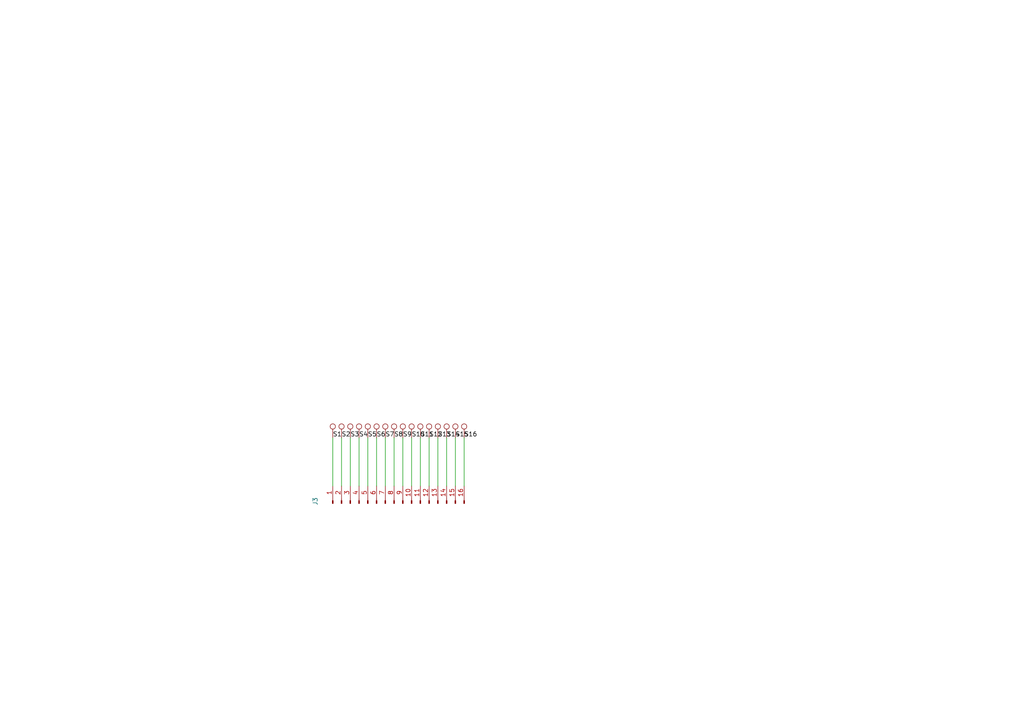
<source format=kicad_sch>
(kicad_sch
	(version 20250114)
	(generator "eeschema")
	(generator_version "9.0")
	(uuid "170292b9-f042-4b81-b8c3-b7f430259708")
	(paper "A4")
	(lib_symbols
		(symbol "Connector:Conn_01x16_Pin"
			(pin_names
				(offset 1.016)
				(hide yes)
			)
			(exclude_from_sim no)
			(in_bom yes)
			(on_board yes)
			(property "Reference" "J"
				(at 0 20.32 0)
				(effects
					(font
						(size 1.27 1.27)
					)
				)
			)
			(property "Value" "Conn_01x16_Pin"
				(at 0 -22.86 0)
				(effects
					(font
						(size 1.27 1.27)
					)
				)
			)
			(property "Footprint" ""
				(at 0 0 0)
				(effects
					(font
						(size 1.27 1.27)
					)
					(hide yes)
				)
			)
			(property "Datasheet" "~"
				(at 0 0 0)
				(effects
					(font
						(size 1.27 1.27)
					)
					(hide yes)
				)
			)
			(property "Description" "Generic connector, single row, 01x16, script generated"
				(at 0 0 0)
				(effects
					(font
						(size 1.27 1.27)
					)
					(hide yes)
				)
			)
			(property "ki_locked" ""
				(at 0 0 0)
				(effects
					(font
						(size 1.27 1.27)
					)
				)
			)
			(property "ki_keywords" "connector"
				(at 0 0 0)
				(effects
					(font
						(size 1.27 1.27)
					)
					(hide yes)
				)
			)
			(property "ki_fp_filters" "Connector*:*_1x??_*"
				(at 0 0 0)
				(effects
					(font
						(size 1.27 1.27)
					)
					(hide yes)
				)
			)
			(symbol "Conn_01x16_Pin_1_1"
				(rectangle
					(start 0.8636 17.907)
					(end 0 17.653)
					(stroke
						(width 0.1524)
						(type default)
					)
					(fill
						(type outline)
					)
				)
				(rectangle
					(start 0.8636 15.367)
					(end 0 15.113)
					(stroke
						(width 0.1524)
						(type default)
					)
					(fill
						(type outline)
					)
				)
				(rectangle
					(start 0.8636 12.827)
					(end 0 12.573)
					(stroke
						(width 0.1524)
						(type default)
					)
					(fill
						(type outline)
					)
				)
				(rectangle
					(start 0.8636 10.287)
					(end 0 10.033)
					(stroke
						(width 0.1524)
						(type default)
					)
					(fill
						(type outline)
					)
				)
				(rectangle
					(start 0.8636 7.747)
					(end 0 7.493)
					(stroke
						(width 0.1524)
						(type default)
					)
					(fill
						(type outline)
					)
				)
				(rectangle
					(start 0.8636 5.207)
					(end 0 4.953)
					(stroke
						(width 0.1524)
						(type default)
					)
					(fill
						(type outline)
					)
				)
				(rectangle
					(start 0.8636 2.667)
					(end 0 2.413)
					(stroke
						(width 0.1524)
						(type default)
					)
					(fill
						(type outline)
					)
				)
				(rectangle
					(start 0.8636 0.127)
					(end 0 -0.127)
					(stroke
						(width 0.1524)
						(type default)
					)
					(fill
						(type outline)
					)
				)
				(rectangle
					(start 0.8636 -2.413)
					(end 0 -2.667)
					(stroke
						(width 0.1524)
						(type default)
					)
					(fill
						(type outline)
					)
				)
				(rectangle
					(start 0.8636 -4.953)
					(end 0 -5.207)
					(stroke
						(width 0.1524)
						(type default)
					)
					(fill
						(type outline)
					)
				)
				(rectangle
					(start 0.8636 -7.493)
					(end 0 -7.747)
					(stroke
						(width 0.1524)
						(type default)
					)
					(fill
						(type outline)
					)
				)
				(rectangle
					(start 0.8636 -10.033)
					(end 0 -10.287)
					(stroke
						(width 0.1524)
						(type default)
					)
					(fill
						(type outline)
					)
				)
				(rectangle
					(start 0.8636 -12.573)
					(end 0 -12.827)
					(stroke
						(width 0.1524)
						(type default)
					)
					(fill
						(type outline)
					)
				)
				(rectangle
					(start 0.8636 -15.113)
					(end 0 -15.367)
					(stroke
						(width 0.1524)
						(type default)
					)
					(fill
						(type outline)
					)
				)
				(rectangle
					(start 0.8636 -17.653)
					(end 0 -17.907)
					(stroke
						(width 0.1524)
						(type default)
					)
					(fill
						(type outline)
					)
				)
				(rectangle
					(start 0.8636 -20.193)
					(end 0 -20.447)
					(stroke
						(width 0.1524)
						(type default)
					)
					(fill
						(type outline)
					)
				)
				(polyline
					(pts
						(xy 1.27 17.78) (xy 0.8636 17.78)
					)
					(stroke
						(width 0.1524)
						(type default)
					)
					(fill
						(type none)
					)
				)
				(polyline
					(pts
						(xy 1.27 15.24) (xy 0.8636 15.24)
					)
					(stroke
						(width 0.1524)
						(type default)
					)
					(fill
						(type none)
					)
				)
				(polyline
					(pts
						(xy 1.27 12.7) (xy 0.8636 12.7)
					)
					(stroke
						(width 0.1524)
						(type default)
					)
					(fill
						(type none)
					)
				)
				(polyline
					(pts
						(xy 1.27 10.16) (xy 0.8636 10.16)
					)
					(stroke
						(width 0.1524)
						(type default)
					)
					(fill
						(type none)
					)
				)
				(polyline
					(pts
						(xy 1.27 7.62) (xy 0.8636 7.62)
					)
					(stroke
						(width 0.1524)
						(type default)
					)
					(fill
						(type none)
					)
				)
				(polyline
					(pts
						(xy 1.27 5.08) (xy 0.8636 5.08)
					)
					(stroke
						(width 0.1524)
						(type default)
					)
					(fill
						(type none)
					)
				)
				(polyline
					(pts
						(xy 1.27 2.54) (xy 0.8636 2.54)
					)
					(stroke
						(width 0.1524)
						(type default)
					)
					(fill
						(type none)
					)
				)
				(polyline
					(pts
						(xy 1.27 0) (xy 0.8636 0)
					)
					(stroke
						(width 0.1524)
						(type default)
					)
					(fill
						(type none)
					)
				)
				(polyline
					(pts
						(xy 1.27 -2.54) (xy 0.8636 -2.54)
					)
					(stroke
						(width 0.1524)
						(type default)
					)
					(fill
						(type none)
					)
				)
				(polyline
					(pts
						(xy 1.27 -5.08) (xy 0.8636 -5.08)
					)
					(stroke
						(width 0.1524)
						(type default)
					)
					(fill
						(type none)
					)
				)
				(polyline
					(pts
						(xy 1.27 -7.62) (xy 0.8636 -7.62)
					)
					(stroke
						(width 0.1524)
						(type default)
					)
					(fill
						(type none)
					)
				)
				(polyline
					(pts
						(xy 1.27 -10.16) (xy 0.8636 -10.16)
					)
					(stroke
						(width 0.1524)
						(type default)
					)
					(fill
						(type none)
					)
				)
				(polyline
					(pts
						(xy 1.27 -12.7) (xy 0.8636 -12.7)
					)
					(stroke
						(width 0.1524)
						(type default)
					)
					(fill
						(type none)
					)
				)
				(polyline
					(pts
						(xy 1.27 -15.24) (xy 0.8636 -15.24)
					)
					(stroke
						(width 0.1524)
						(type default)
					)
					(fill
						(type none)
					)
				)
				(polyline
					(pts
						(xy 1.27 -17.78) (xy 0.8636 -17.78)
					)
					(stroke
						(width 0.1524)
						(type default)
					)
					(fill
						(type none)
					)
				)
				(polyline
					(pts
						(xy 1.27 -20.32) (xy 0.8636 -20.32)
					)
					(stroke
						(width 0.1524)
						(type default)
					)
					(fill
						(type none)
					)
				)
				(pin passive line
					(at 5.08 17.78 180)
					(length 3.81)
					(name "Pin_1"
						(effects
							(font
								(size 1.27 1.27)
							)
						)
					)
					(number "1"
						(effects
							(font
								(size 1.27 1.27)
							)
						)
					)
				)
				(pin passive line
					(at 5.08 15.24 180)
					(length 3.81)
					(name "Pin_2"
						(effects
							(font
								(size 1.27 1.27)
							)
						)
					)
					(number "2"
						(effects
							(font
								(size 1.27 1.27)
							)
						)
					)
				)
				(pin passive line
					(at 5.08 12.7 180)
					(length 3.81)
					(name "Pin_3"
						(effects
							(font
								(size 1.27 1.27)
							)
						)
					)
					(number "3"
						(effects
							(font
								(size 1.27 1.27)
							)
						)
					)
				)
				(pin passive line
					(at 5.08 10.16 180)
					(length 3.81)
					(name "Pin_4"
						(effects
							(font
								(size 1.27 1.27)
							)
						)
					)
					(number "4"
						(effects
							(font
								(size 1.27 1.27)
							)
						)
					)
				)
				(pin passive line
					(at 5.08 7.62 180)
					(length 3.81)
					(name "Pin_5"
						(effects
							(font
								(size 1.27 1.27)
							)
						)
					)
					(number "5"
						(effects
							(font
								(size 1.27 1.27)
							)
						)
					)
				)
				(pin passive line
					(at 5.08 5.08 180)
					(length 3.81)
					(name "Pin_6"
						(effects
							(font
								(size 1.27 1.27)
							)
						)
					)
					(number "6"
						(effects
							(font
								(size 1.27 1.27)
							)
						)
					)
				)
				(pin passive line
					(at 5.08 2.54 180)
					(length 3.81)
					(name "Pin_7"
						(effects
							(font
								(size 1.27 1.27)
							)
						)
					)
					(number "7"
						(effects
							(font
								(size 1.27 1.27)
							)
						)
					)
				)
				(pin passive line
					(at 5.08 0 180)
					(length 3.81)
					(name "Pin_8"
						(effects
							(font
								(size 1.27 1.27)
							)
						)
					)
					(number "8"
						(effects
							(font
								(size 1.27 1.27)
							)
						)
					)
				)
				(pin passive line
					(at 5.08 -2.54 180)
					(length 3.81)
					(name "Pin_9"
						(effects
							(font
								(size 1.27 1.27)
							)
						)
					)
					(number "9"
						(effects
							(font
								(size 1.27 1.27)
							)
						)
					)
				)
				(pin passive line
					(at 5.08 -5.08 180)
					(length 3.81)
					(name "Pin_10"
						(effects
							(font
								(size 1.27 1.27)
							)
						)
					)
					(number "10"
						(effects
							(font
								(size 1.27 1.27)
							)
						)
					)
				)
				(pin passive line
					(at 5.08 -7.62 180)
					(length 3.81)
					(name "Pin_11"
						(effects
							(font
								(size 1.27 1.27)
							)
						)
					)
					(number "11"
						(effects
							(font
								(size 1.27 1.27)
							)
						)
					)
				)
				(pin passive line
					(at 5.08 -10.16 180)
					(length 3.81)
					(name "Pin_12"
						(effects
							(font
								(size 1.27 1.27)
							)
						)
					)
					(number "12"
						(effects
							(font
								(size 1.27 1.27)
							)
						)
					)
				)
				(pin passive line
					(at 5.08 -12.7 180)
					(length 3.81)
					(name "Pin_13"
						(effects
							(font
								(size 1.27 1.27)
							)
						)
					)
					(number "13"
						(effects
							(font
								(size 1.27 1.27)
							)
						)
					)
				)
				(pin passive line
					(at 5.08 -15.24 180)
					(length 3.81)
					(name "Pin_14"
						(effects
							(font
								(size 1.27 1.27)
							)
						)
					)
					(number "14"
						(effects
							(font
								(size 1.27 1.27)
							)
						)
					)
				)
				(pin passive line
					(at 5.08 -17.78 180)
					(length 3.81)
					(name "Pin_15"
						(effects
							(font
								(size 1.27 1.27)
							)
						)
					)
					(number "15"
						(effects
							(font
								(size 1.27 1.27)
							)
						)
					)
				)
				(pin passive line
					(at 5.08 -20.32 180)
					(length 3.81)
					(name "Pin_16"
						(effects
							(font
								(size 1.27 1.27)
							)
						)
					)
					(number "16"
						(effects
							(font
								(size 1.27 1.27)
							)
						)
					)
				)
			)
			(embedded_fonts no)
		)
		(symbol "Connector:TestPoint"
			(pin_numbers
				(hide yes)
			)
			(pin_names
				(offset 0.762)
				(hide yes)
			)
			(exclude_from_sim no)
			(in_bom yes)
			(on_board yes)
			(property "Reference" "TP"
				(at 0 6.858 0)
				(effects
					(font
						(size 1.27 1.27)
					)
				)
			)
			(property "Value" "TestPoint"
				(at 0 5.08 0)
				(effects
					(font
						(size 1.27 1.27)
					)
				)
			)
			(property "Footprint" ""
				(at 5.08 0 0)
				(effects
					(font
						(size 1.27 1.27)
					)
					(hide yes)
				)
			)
			(property "Datasheet" "~"
				(at 5.08 0 0)
				(effects
					(font
						(size 1.27 1.27)
					)
					(hide yes)
				)
			)
			(property "Description" "test point"
				(at 0 0 0)
				(effects
					(font
						(size 1.27 1.27)
					)
					(hide yes)
				)
			)
			(property "ki_keywords" "test point tp"
				(at 0 0 0)
				(effects
					(font
						(size 1.27 1.27)
					)
					(hide yes)
				)
			)
			(property "ki_fp_filters" "Pin* Test*"
				(at 0 0 0)
				(effects
					(font
						(size 1.27 1.27)
					)
					(hide yes)
				)
			)
			(symbol "TestPoint_0_1"
				(circle
					(center 0 3.302)
					(radius 0.762)
					(stroke
						(width 0)
						(type default)
					)
					(fill
						(type none)
					)
				)
			)
			(symbol "TestPoint_1_1"
				(pin passive line
					(at 0 0 90)
					(length 2.54)
					(name "1"
						(effects
							(font
								(size 1.27 1.27)
							)
						)
					)
					(number "1"
						(effects
							(font
								(size 1.27 1.27)
							)
						)
					)
				)
			)
			(embedded_fonts no)
		)
	)
	(wire
		(pts
			(xy 124.46 127) (xy 124.46 140.97)
		)
		(stroke
			(width 0)
			(type default)
		)
		(uuid "23ec78e3-6dec-4b29-9af9-2f4b6bfcc1a7")
	)
	(wire
		(pts
			(xy 114.3 127) (xy 114.3 140.97)
		)
		(stroke
			(width 0)
			(type default)
		)
		(uuid "3f2fab56-878a-473c-b2d1-5609dcaf4cfc")
	)
	(wire
		(pts
			(xy 134.62 127) (xy 134.62 140.97)
		)
		(stroke
			(width 0)
			(type default)
		)
		(uuid "5c583399-e91c-4727-8ead-bdfedf6e0130")
	)
	(wire
		(pts
			(xy 121.92 127) (xy 121.92 140.97)
		)
		(stroke
			(width 0)
			(type default)
		)
		(uuid "68910a77-dcab-4352-a585-01a284dcd675")
	)
	(wire
		(pts
			(xy 111.76 127) (xy 111.76 140.97)
		)
		(stroke
			(width 0)
			(type default)
		)
		(uuid "6cef290d-dbb2-4332-877c-b1411cbcbfae")
	)
	(wire
		(pts
			(xy 99.06 127) (xy 99.06 140.97)
		)
		(stroke
			(width 0)
			(type default)
		)
		(uuid "7b67b859-c3d8-44fc-bdbf-8b8b3b76b479")
	)
	(wire
		(pts
			(xy 116.84 127) (xy 116.84 140.97)
		)
		(stroke
			(width 0)
			(type default)
		)
		(uuid "84ece81e-0e3e-4fea-bac1-82e30a432d9c")
	)
	(wire
		(pts
			(xy 119.38 127) (xy 119.38 140.97)
		)
		(stroke
			(width 0)
			(type default)
		)
		(uuid "8998a3d0-de09-46f1-885a-a99c85d329ef")
	)
	(wire
		(pts
			(xy 127 127) (xy 127 140.97)
		)
		(stroke
			(width 0)
			(type default)
		)
		(uuid "902674fb-5c5d-4cc6-a4aa-77d555341445")
	)
	(wire
		(pts
			(xy 132.08 127) (xy 132.08 140.97)
		)
		(stroke
			(width 0)
			(type default)
		)
		(uuid "9b48f6b2-39bd-4e85-8e2e-6cb0aa887ad6")
	)
	(wire
		(pts
			(xy 109.22 127) (xy 109.22 140.97)
		)
		(stroke
			(width 0)
			(type default)
		)
		(uuid "a3da9f5f-5ef2-4a05-92b1-8c22b1b09ec3")
	)
	(wire
		(pts
			(xy 96.52 127) (xy 96.52 140.97)
		)
		(stroke
			(width 0)
			(type default)
		)
		(uuid "ab3bdf7d-b21f-4a9e-9bb7-ab5ac65dc02f")
	)
	(wire
		(pts
			(xy 101.6 127) (xy 101.6 140.97)
		)
		(stroke
			(width 0)
			(type default)
		)
		(uuid "b664fad4-0e97-4dd8-92bc-082cf43613ef")
	)
	(wire
		(pts
			(xy 106.68 127) (xy 106.68 140.97)
		)
		(stroke
			(width 0)
			(type default)
		)
		(uuid "bf86aa68-898e-4938-a5c6-9868237c9b4a")
	)
	(wire
		(pts
			(xy 104.14 127) (xy 104.14 140.97)
		)
		(stroke
			(width 0)
			(type default)
		)
		(uuid "d9d44cca-721d-4560-9f64-e71aba4255ae")
	)
	(wire
		(pts
			(xy 129.54 127) (xy 129.54 140.97)
		)
		(stroke
			(width 0)
			(type default)
		)
		(uuid "dec1619f-c353-4324-b38e-63774e02d235")
	)
	(label "S7"
		(at 111.76 127 0)
		(effects
			(font
				(size 1.27 1.27)
			)
			(justify left bottom)
		)
		(uuid "1074002a-e5ee-427c-870d-b898dd9a4b85")
	)
	(label "S15"
		(at 132.08 127 0)
		(effects
			(font
				(size 1.27 1.27)
			)
			(justify left bottom)
		)
		(uuid "20feb9d1-b64a-4deb-b530-ca4d18e1d0b0")
	)
	(label "S3"
		(at 101.6 127 0)
		(effects
			(font
				(size 1.27 1.27)
			)
			(justify left bottom)
		)
		(uuid "3495da8e-d4c0-45ce-be5a-7c005bceb236")
	)
	(label "S14"
		(at 129.54 127 0)
		(effects
			(font
				(size 1.27 1.27)
			)
			(justify left bottom)
		)
		(uuid "73283f80-51d8-4c01-a84c-e8763f92857f")
	)
	(label "S4"
		(at 104.14 127 0)
		(effects
			(font
				(size 1.27 1.27)
			)
			(justify left bottom)
		)
		(uuid "74665533-e7d4-42af-b595-60177258fca2")
	)
	(label "S6"
		(at 109.22 127 0)
		(effects
			(font
				(size 1.27 1.27)
			)
			(justify left bottom)
		)
		(uuid "86cf5fa5-0c3b-441c-a338-d794c9259b71")
	)
	(label "S1"
		(at 96.52 127 0)
		(effects
			(font
				(size 1.27 1.27)
			)
			(justify left bottom)
		)
		(uuid "98a0b05c-9545-415f-a142-3e9255d3111d")
	)
	(label "S12"
		(at 124.46 127 0)
		(effects
			(font
				(size 1.27 1.27)
			)
			(justify left bottom)
		)
		(uuid "992375b9-aabc-459e-abe0-461c3d1845f9")
	)
	(label "S10"
		(at 119.38 127 0)
		(effects
			(font
				(size 1.27 1.27)
			)
			(justify left bottom)
		)
		(uuid "a8d179bf-c69b-4624-b069-3df0effbf97e")
	)
	(label "S16"
		(at 134.62 127 0)
		(effects
			(font
				(size 1.27 1.27)
			)
			(justify left bottom)
		)
		(uuid "c61e136f-09d5-4c96-b9be-757419a3f401")
	)
	(label "S9"
		(at 116.84 127 0)
		(effects
			(font
				(size 1.27 1.27)
			)
			(justify left bottom)
		)
		(uuid "c83817ee-bbc3-4e29-a72c-ef5ec713cbd8")
	)
	(label "S11"
		(at 121.92 127 0)
		(effects
			(font
				(size 1.27 1.27)
			)
			(justify left bottom)
		)
		(uuid "c9ad58a6-b871-487b-8dce-aa1af0073fca")
	)
	(label "S5"
		(at 106.68 127 0)
		(effects
			(font
				(size 1.27 1.27)
			)
			(justify left bottom)
		)
		(uuid "d11d81ac-d03e-49e4-89c3-d303b84337bc")
	)
	(label "S2"
		(at 99.06 127 0)
		(effects
			(font
				(size 1.27 1.27)
			)
			(justify left bottom)
		)
		(uuid "e1b6d688-b187-41cf-b48e-0c63218ab639")
	)
	(label "S13"
		(at 127 127 0)
		(effects
			(font
				(size 1.27 1.27)
			)
			(justify left bottom)
		)
		(uuid "e744b0f5-d263-44cd-8291-cbf2ffc8b8a6")
	)
	(label "S8"
		(at 114.3 127 0)
		(effects
			(font
				(size 1.27 1.27)
			)
			(justify left bottom)
		)
		(uuid "f259dde4-bc11-4344-bfe1-8b12d77e0c95")
	)
	(symbol
		(lib_id "Connector:Conn_01x16_Pin")
		(at 114.3 146.05 90)
		(unit 1)
		(exclude_from_sim no)
		(in_bom yes)
		(on_board yes)
		(dnp no)
		(uuid "242e2dba-7280-4f87-a0b6-2b558f3e616b")
		(property "Reference" "J3"
			(at 91.44 145.415 0)
			(effects
				(font
					(size 1.27 1.27)
				)
			)
		)
		(property "Value" "Conn_01x16_Pin"
			(at 93.472 146.05 0)
			(effects
				(font
					(size 1.27 1.27)
				)
				(hide yes)
			)
		)
		(property "Footprint" "TP_Library:TEST FPC_1"
			(at 114.3 146.05 0)
			(effects
				(font
					(size 1.27 1.27)
				)
				(hide yes)
			)
		)
		(property "Datasheet" "~"
			(at 114.3 146.05 0)
			(effects
				(font
					(size 1.27 1.27)
				)
				(hide yes)
			)
		)
		(property "Description" "Generic connector, single row, 01x16, script generated"
			(at 114.3 146.05 0)
			(effects
				(font
					(size 1.27 1.27)
				)
				(hide yes)
			)
		)
		(pin "15"
			(uuid "cf9c0c9d-820b-4d96-a668-6d63f1d4fada")
		)
		(pin "2"
			(uuid "c1a4e3aa-d370-4472-a64b-99fda8ab9a40")
		)
		(pin "5"
			(uuid "bfcdb864-b7bf-4f25-a83a-f1e1d9d972e4")
		)
		(pin "8"
			(uuid "8f5232fc-0a80-43c4-a469-f3907bd38713")
		)
		(pin "9"
			(uuid "6f464794-f89c-4666-b56e-514e3bd6e4f3")
		)
		(pin "10"
			(uuid "2b3f0e56-f3eb-4890-8d0d-46cc5c52dd32")
		)
		(pin "11"
			(uuid "c83e1c68-2eec-4315-bcd5-deed542ec9b1")
		)
		(pin "7"
			(uuid "4cda95f5-6854-47a6-b2e5-bac3790e8b41")
		)
		(pin "6"
			(uuid "e6522d92-b0a4-4061-bfd8-2c3b2a0f7eef")
		)
		(pin "4"
			(uuid "1e197e1c-9edb-4953-88e5-59c3967d4a5f")
		)
		(pin "12"
			(uuid "345a41b3-341a-465e-ba48-9116825c1979")
		)
		(pin "1"
			(uuid "440ab483-f26e-453b-968e-97082992ed1c")
		)
		(pin "3"
			(uuid "1b0a6353-8e37-409c-8a73-ea7889fa2ad3")
		)
		(pin "13"
			(uuid "d2d57115-70af-4dd8-95fa-c3faf8c23d96")
		)
		(pin "14"
			(uuid "f3e167c3-a9e6-4218-bc2e-7238a37ea93b")
		)
		(pin "16"
			(uuid "457c5666-62dd-4960-bad2-a79fc23b1c2e")
		)
		(instances
			(project "Workshop 1"
				(path "/170292b9-f042-4b81-b8c3-b7f430259708"
					(reference "J3")
					(unit 1)
				)
			)
		)
	)
	(symbol
		(lib_id "Connector:TestPoint")
		(at 109.22 127 0)
		(unit 1)
		(exclude_from_sim no)
		(in_bom yes)
		(on_board yes)
		(dnp no)
		(fields_autoplaced yes)
		(uuid "2652241b-3074-453d-a298-f4aedb731155")
		(property "Reference" "TP17"
			(at 111.76 122.4279 0)
			(effects
				(font
					(size 1.27 1.27)
				)
				(justify left)
				(hide yes)
			)
		)
		(property "Value" "TestPoint"
			(at 111.76 124.9679 0)
			(effects
				(font
					(size 1.27 1.27)
				)
				(justify left)
				(hide yes)
			)
		)
		(property "Footprint" "TP_Library:TP"
			(at 114.3 127 0)
			(effects
				(font
					(size 1.27 1.27)
				)
				(hide yes)
			)
		)
		(property "Datasheet" "~"
			(at 114.3 127 0)
			(effects
				(font
					(size 1.27 1.27)
				)
				(hide yes)
			)
		)
		(property "Description" "test point"
			(at 109.22 127 0)
			(effects
				(font
					(size 1.27 1.27)
				)
				(hide yes)
			)
		)
		(pin "1"
			(uuid "1165d4a7-698b-439b-9edf-3f180f26336d")
		)
		(instances
			(project "Workshop 1"
				(path "/170292b9-f042-4b81-b8c3-b7f430259708"
					(reference "TP17")
					(unit 1)
				)
			)
		)
	)
	(symbol
		(lib_id "Connector:TestPoint")
		(at 114.3 127 0)
		(unit 1)
		(exclude_from_sim no)
		(in_bom yes)
		(on_board yes)
		(dnp no)
		(fields_autoplaced yes)
		(uuid "35a41019-335d-454a-a414-b2aa26b19a5c")
		(property "Reference" "TP19"
			(at 116.84 122.4279 0)
			(effects
				(font
					(size 1.27 1.27)
				)
				(justify left)
				(hide yes)
			)
		)
		(property "Value" "TestPoint"
			(at 116.84 124.9679 0)
			(effects
				(font
					(size 1.27 1.27)
				)
				(justify left)
				(hide yes)
			)
		)
		(property "Footprint" "TP_Library:TP"
			(at 119.38 127 0)
			(effects
				(font
					(size 1.27 1.27)
				)
				(hide yes)
			)
		)
		(property "Datasheet" "~"
			(at 119.38 127 0)
			(effects
				(font
					(size 1.27 1.27)
				)
				(hide yes)
			)
		)
		(property "Description" "test point"
			(at 114.3 127 0)
			(effects
				(font
					(size 1.27 1.27)
				)
				(hide yes)
			)
		)
		(pin "1"
			(uuid "6b1991e5-4699-4e44-83fb-a9c738e12664")
		)
		(instances
			(project "Workshop 1"
				(path "/170292b9-f042-4b81-b8c3-b7f430259708"
					(reference "TP19")
					(unit 1)
				)
			)
		)
	)
	(symbol
		(lib_id "Connector:TestPoint")
		(at 127 127 0)
		(unit 1)
		(exclude_from_sim no)
		(in_bom yes)
		(on_board yes)
		(dnp no)
		(fields_autoplaced yes)
		(uuid "58e71fc8-c36e-4199-b59d-876763a0483a")
		(property "Reference" "TP24"
			(at 129.54 122.4279 0)
			(effects
				(font
					(size 1.27 1.27)
				)
				(justify left)
				(hide yes)
			)
		)
		(property "Value" "TestPoint"
			(at 129.54 124.9679 0)
			(effects
				(font
					(size 1.27 1.27)
				)
				(justify left)
				(hide yes)
			)
		)
		(property "Footprint" "TP_Library:TP"
			(at 132.08 127 0)
			(effects
				(font
					(size 1.27 1.27)
				)
				(hide yes)
			)
		)
		(property "Datasheet" "~"
			(at 132.08 127 0)
			(effects
				(font
					(size 1.27 1.27)
				)
				(hide yes)
			)
		)
		(property "Description" "test point"
			(at 127 127 0)
			(effects
				(font
					(size 1.27 1.27)
				)
				(hide yes)
			)
		)
		(pin "1"
			(uuid "0c0c3e0e-93b2-4571-8d4c-ddf271d83859")
		)
		(instances
			(project "Workshop 1"
				(path "/170292b9-f042-4b81-b8c3-b7f430259708"
					(reference "TP24")
					(unit 1)
				)
			)
		)
	)
	(symbol
		(lib_id "Connector:TestPoint")
		(at 101.6 127 0)
		(unit 1)
		(exclude_from_sim no)
		(in_bom yes)
		(on_board yes)
		(dnp no)
		(fields_autoplaced yes)
		(uuid "65d50e81-6187-41a5-81ae-facce6671df3")
		(property "Reference" "TP14"
			(at 104.14 122.4279 0)
			(effects
				(font
					(size 1.27 1.27)
				)
				(justify left)
				(hide yes)
			)
		)
		(property "Value" "TestPoint"
			(at 104.14 124.9679 0)
			(effects
				(font
					(size 1.27 1.27)
				)
				(justify left)
				(hide yes)
			)
		)
		(property "Footprint" "TP_Library:TP"
			(at 106.68 127 0)
			(effects
				(font
					(size 1.27 1.27)
				)
				(hide yes)
			)
		)
		(property "Datasheet" "~"
			(at 106.68 127 0)
			(effects
				(font
					(size 1.27 1.27)
				)
				(hide yes)
			)
		)
		(property "Description" "test point"
			(at 101.6 127 0)
			(effects
				(font
					(size 1.27 1.27)
				)
				(hide yes)
			)
		)
		(pin "1"
			(uuid "142b413a-7945-4f51-9d2a-29100ada3afc")
		)
		(instances
			(project "Workshop 1"
				(path "/170292b9-f042-4b81-b8c3-b7f430259708"
					(reference "TP14")
					(unit 1)
				)
			)
		)
	)
	(symbol
		(lib_id "Connector:TestPoint")
		(at 132.08 127 0)
		(unit 1)
		(exclude_from_sim no)
		(in_bom yes)
		(on_board yes)
		(dnp no)
		(fields_autoplaced yes)
		(uuid "7e9b27a2-2476-4eee-a4bf-b0d69cc2d83c")
		(property "Reference" "TP26"
			(at 134.62 122.4279 0)
			(effects
				(font
					(size 1.27 1.27)
				)
				(justify left)
				(hide yes)
			)
		)
		(property "Value" "TestPoint"
			(at 134.62 124.9679 0)
			(effects
				(font
					(size 1.27 1.27)
				)
				(justify left)
				(hide yes)
			)
		)
		(property "Footprint" "TP_Library:TP"
			(at 137.16 127 0)
			(effects
				(font
					(size 1.27 1.27)
				)
				(hide yes)
			)
		)
		(property "Datasheet" "~"
			(at 137.16 127 0)
			(effects
				(font
					(size 1.27 1.27)
				)
				(hide yes)
			)
		)
		(property "Description" "test point"
			(at 132.08 127 0)
			(effects
				(font
					(size 1.27 1.27)
				)
				(hide yes)
			)
		)
		(pin "1"
			(uuid "f9ed3b1d-e685-488d-8911-f438973ab343")
		)
		(instances
			(project "Workshop 1"
				(path "/170292b9-f042-4b81-b8c3-b7f430259708"
					(reference "TP26")
					(unit 1)
				)
			)
		)
	)
	(symbol
		(lib_id "Connector:TestPoint")
		(at 116.84 127 0)
		(unit 1)
		(exclude_from_sim no)
		(in_bom yes)
		(on_board yes)
		(dnp no)
		(fields_autoplaced yes)
		(uuid "83d3577f-2ce5-4707-b731-9d2360595fe2")
		(property "Reference" "TP20"
			(at 119.38 122.4279 0)
			(effects
				(font
					(size 1.27 1.27)
				)
				(justify left)
				(hide yes)
			)
		)
		(property "Value" "TestPoint"
			(at 119.38 124.9679 0)
			(effects
				(font
					(size 1.27 1.27)
				)
				(justify left)
				(hide yes)
			)
		)
		(property "Footprint" "TP_Library:TP"
			(at 121.92 127 0)
			(effects
				(font
					(size 1.27 1.27)
				)
				(hide yes)
			)
		)
		(property "Datasheet" "~"
			(at 121.92 127 0)
			(effects
				(font
					(size 1.27 1.27)
				)
				(hide yes)
			)
		)
		(property "Description" "test point"
			(at 116.84 127 0)
			(effects
				(font
					(size 1.27 1.27)
				)
				(hide yes)
			)
		)
		(pin "1"
			(uuid "148514b9-e852-4851-ae1c-804e17cfd7c2")
		)
		(instances
			(project "Workshop 1"
				(path "/170292b9-f042-4b81-b8c3-b7f430259708"
					(reference "TP20")
					(unit 1)
				)
			)
		)
	)
	(symbol
		(lib_id "Connector:TestPoint")
		(at 129.54 127 0)
		(unit 1)
		(exclude_from_sim no)
		(in_bom yes)
		(on_board yes)
		(dnp no)
		(fields_autoplaced yes)
		(uuid "9abe4252-c1eb-4d58-abed-72431a273a48")
		(property "Reference" "TP25"
			(at 132.08 122.4279 0)
			(effects
				(font
					(size 1.27 1.27)
				)
				(justify left)
				(hide yes)
			)
		)
		(property "Value" "TestPoint"
			(at 132.08 124.9679 0)
			(effects
				(font
					(size 1.27 1.27)
				)
				(justify left)
				(hide yes)
			)
		)
		(property "Footprint" "TP_Library:TP"
			(at 134.62 127 0)
			(effects
				(font
					(size 1.27 1.27)
				)
				(hide yes)
			)
		)
		(property "Datasheet" "~"
			(at 134.62 127 0)
			(effects
				(font
					(size 1.27 1.27)
				)
				(hide yes)
			)
		)
		(property "Description" "test point"
			(at 129.54 127 0)
			(effects
				(font
					(size 1.27 1.27)
				)
				(hide yes)
			)
		)
		(pin "1"
			(uuid "edc3329e-bfb1-4778-b184-4934c83f3aad")
		)
		(instances
			(project "Workshop 1"
				(path "/170292b9-f042-4b81-b8c3-b7f430259708"
					(reference "TP25")
					(unit 1)
				)
			)
		)
	)
	(symbol
		(lib_id "Connector:TestPoint")
		(at 99.06 127 0)
		(unit 1)
		(exclude_from_sim no)
		(in_bom yes)
		(on_board yes)
		(dnp no)
		(fields_autoplaced yes)
		(uuid "c6400e98-54a8-45a1-a7e5-583a26c2c13f")
		(property "Reference" "TP13"
			(at 101.6 122.4279 0)
			(effects
				(font
					(size 1.27 1.27)
				)
				(justify left)
				(hide yes)
			)
		)
		(property "Value" "TestPoint"
			(at 101.6 124.9679 0)
			(effects
				(font
					(size 1.27 1.27)
				)
				(justify left)
				(hide yes)
			)
		)
		(property "Footprint" "TP_Library:TP"
			(at 104.14 127 0)
			(effects
				(font
					(size 1.27 1.27)
				)
				(hide yes)
			)
		)
		(property "Datasheet" "~"
			(at 104.14 127 0)
			(effects
				(font
					(size 1.27 1.27)
				)
				(hide yes)
			)
		)
		(property "Description" "test point"
			(at 99.06 127 0)
			(effects
				(font
					(size 1.27 1.27)
				)
				(hide yes)
			)
		)
		(pin "1"
			(uuid "d3dc15d1-5ae3-43c3-b303-12e07cdd3d0c")
		)
		(instances
			(project "Workshop 1"
				(path "/170292b9-f042-4b81-b8c3-b7f430259708"
					(reference "TP13")
					(unit 1)
				)
			)
		)
	)
	(symbol
		(lib_id "Connector:TestPoint")
		(at 104.14 127 0)
		(unit 1)
		(exclude_from_sim no)
		(in_bom yes)
		(on_board yes)
		(dnp no)
		(fields_autoplaced yes)
		(uuid "cd6e63b9-2795-433c-9dbb-33629eb12038")
		(property "Reference" "TP15"
			(at 106.68 122.4279 0)
			(effects
				(font
					(size 1.27 1.27)
				)
				(justify left)
				(hide yes)
			)
		)
		(property "Value" "TestPoint"
			(at 106.68 124.9679 0)
			(effects
				(font
					(size 1.27 1.27)
				)
				(justify left)
				(hide yes)
			)
		)
		(property "Footprint" "TP_Library:TP"
			(at 109.22 127 0)
			(effects
				(font
					(size 1.27 1.27)
				)
				(hide yes)
			)
		)
		(property "Datasheet" "~"
			(at 109.22 127 0)
			(effects
				(font
					(size 1.27 1.27)
				)
				(hide yes)
			)
		)
		(property "Description" "test point"
			(at 104.14 127 0)
			(effects
				(font
					(size 1.27 1.27)
				)
				(hide yes)
			)
		)
		(pin "1"
			(uuid "63ac0f61-43d2-4424-93c7-03f59e0c66f4")
		)
		(instances
			(project "Workshop 1"
				(path "/170292b9-f042-4b81-b8c3-b7f430259708"
					(reference "TP15")
					(unit 1)
				)
			)
		)
	)
	(symbol
		(lib_id "Connector:TestPoint")
		(at 96.52 127 0)
		(unit 1)
		(exclude_from_sim no)
		(in_bom yes)
		(on_board yes)
		(dnp no)
		(fields_autoplaced yes)
		(uuid "cd939e9e-ba2d-4d19-9874-3ad5f7c85c54")
		(property "Reference" "TP12"
			(at 99.06 122.4279 0)
			(effects
				(font
					(size 1.27 1.27)
				)
				(justify left)
				(hide yes)
			)
		)
		(property "Value" "TestPoint"
			(at 99.06 124.9679 0)
			(effects
				(font
					(size 1.27 1.27)
				)
				(justify left)
				(hide yes)
			)
		)
		(property "Footprint" "TP_Library:TP"
			(at 101.6 127 0)
			(effects
				(font
					(size 1.27 1.27)
				)
				(hide yes)
			)
		)
		(property "Datasheet" "~"
			(at 101.6 127 0)
			(effects
				(font
					(size 1.27 1.27)
				)
				(hide yes)
			)
		)
		(property "Description" "test point"
			(at 96.52 127 0)
			(effects
				(font
					(size 1.27 1.27)
				)
				(hide yes)
			)
		)
		(pin "1"
			(uuid "27ef7426-699c-4245-859b-9b2c5f4c580b")
		)
		(instances
			(project "Workshop 1"
				(path "/170292b9-f042-4b81-b8c3-b7f430259708"
					(reference "TP12")
					(unit 1)
				)
			)
		)
	)
	(symbol
		(lib_id "Connector:TestPoint")
		(at 121.92 127 0)
		(unit 1)
		(exclude_from_sim no)
		(in_bom yes)
		(on_board yes)
		(dnp no)
		(fields_autoplaced yes)
		(uuid "dc45b94f-d974-4a13-860a-acef086c6a50")
		(property "Reference" "TP22"
			(at 124.46 122.4279 0)
			(effects
				(font
					(size 1.27 1.27)
				)
				(justify left)
				(hide yes)
			)
		)
		(property "Value" "TestPoint"
			(at 124.46 124.9679 0)
			(effects
				(font
					(size 1.27 1.27)
				)
				(justify left)
				(hide yes)
			)
		)
		(property "Footprint" "TP_Library:TP"
			(at 127 127 0)
			(effects
				(font
					(size 1.27 1.27)
				)
				(hide yes)
			)
		)
		(property "Datasheet" "~"
			(at 127 127 0)
			(effects
				(font
					(size 1.27 1.27)
				)
				(hide yes)
			)
		)
		(property "Description" "test point"
			(at 121.92 127 0)
			(effects
				(font
					(size 1.27 1.27)
				)
				(hide yes)
			)
		)
		(pin "1"
			(uuid "8f003c19-faad-4dc6-b5f1-19e509751ded")
		)
		(instances
			(project "Workshop 1"
				(path "/170292b9-f042-4b81-b8c3-b7f430259708"
					(reference "TP22")
					(unit 1)
				)
			)
		)
	)
	(symbol
		(lib_id "Connector:TestPoint")
		(at 106.68 127 0)
		(unit 1)
		(exclude_from_sim no)
		(in_bom yes)
		(on_board yes)
		(dnp no)
		(fields_autoplaced yes)
		(uuid "de3f02cc-7430-4418-9c81-30b8f47f68ac")
		(property "Reference" "TP16"
			(at 109.22 122.4279 0)
			(effects
				(font
					(size 1.27 1.27)
				)
				(justify left)
				(hide yes)
			)
		)
		(property "Value" "TestPoint"
			(at 109.22 124.9679 0)
			(effects
				(font
					(size 1.27 1.27)
				)
				(justify left)
				(hide yes)
			)
		)
		(property "Footprint" "TP_Library:TP"
			(at 111.76 127 0)
			(effects
				(font
					(size 1.27 1.27)
				)
				(hide yes)
			)
		)
		(property "Datasheet" "~"
			(at 111.76 127 0)
			(effects
				(font
					(size 1.27 1.27)
				)
				(hide yes)
			)
		)
		(property "Description" "test point"
			(at 106.68 127 0)
			(effects
				(font
					(size 1.27 1.27)
				)
				(hide yes)
			)
		)
		(pin "1"
			(uuid "8a99a890-1653-4cc6-992b-799b61a56522")
		)
		(instances
			(project "Workshop 1"
				(path "/170292b9-f042-4b81-b8c3-b7f430259708"
					(reference "TP16")
					(unit 1)
				)
			)
		)
	)
	(symbol
		(lib_id "Connector:TestPoint")
		(at 119.38 127 0)
		(unit 1)
		(exclude_from_sim no)
		(in_bom yes)
		(on_board yes)
		(dnp no)
		(fields_autoplaced yes)
		(uuid "ea54236b-fe16-48e9-a9eb-ad1d92a85d27")
		(property "Reference" "TP21"
			(at 121.92 122.4279 0)
			(effects
				(font
					(size 1.27 1.27)
				)
				(justify left)
				(hide yes)
			)
		)
		(property "Value" "TestPoint"
			(at 121.92 124.9679 0)
			(effects
				(font
					(size 1.27 1.27)
				)
				(justify left)
				(hide yes)
			)
		)
		(property "Footprint" "TP_Library:TP"
			(at 124.46 127 0)
			(effects
				(font
					(size 1.27 1.27)
				)
				(hide yes)
			)
		)
		(property "Datasheet" "~"
			(at 124.46 127 0)
			(effects
				(font
					(size 1.27 1.27)
				)
				(hide yes)
			)
		)
		(property "Description" "test point"
			(at 119.38 127 0)
			(effects
				(font
					(size 1.27 1.27)
				)
				(hide yes)
			)
		)
		(pin "1"
			(uuid "49ee0c42-a2a4-4f46-85a4-b701edc6007b")
		)
		(instances
			(project "Workshop 1"
				(path "/170292b9-f042-4b81-b8c3-b7f430259708"
					(reference "TP21")
					(unit 1)
				)
			)
		)
	)
	(symbol
		(lib_id "Connector:TestPoint")
		(at 134.62 127 0)
		(unit 1)
		(exclude_from_sim no)
		(in_bom yes)
		(on_board yes)
		(dnp no)
		(fields_autoplaced yes)
		(uuid "eb6de96c-a7d2-49e8-9a18-1edfa248cc93")
		(property "Reference" "TP27"
			(at 137.16 122.4279 0)
			(effects
				(font
					(size 1.27 1.27)
				)
				(justify left)
				(hide yes)
			)
		)
		(property "Value" "TestPoint"
			(at 137.16 124.9679 0)
			(effects
				(font
					(size 1.27 1.27)
				)
				(justify left)
				(hide yes)
			)
		)
		(property "Footprint" "TP_Library:TP"
			(at 139.7 127 0)
			(effects
				(font
					(size 1.27 1.27)
				)
				(hide yes)
			)
		)
		(property "Datasheet" "~"
			(at 139.7 127 0)
			(effects
				(font
					(size 1.27 1.27)
				)
				(hide yes)
			)
		)
		(property "Description" "test point"
			(at 134.62 127 0)
			(effects
				(font
					(size 1.27 1.27)
				)
				(hide yes)
			)
		)
		(pin "1"
			(uuid "cd3b8046-af2f-4fd8-a216-c38148e6a6e0")
		)
		(instances
			(project "Workshop 1"
				(path "/170292b9-f042-4b81-b8c3-b7f430259708"
					(reference "TP27")
					(unit 1)
				)
			)
		)
	)
	(symbol
		(lib_id "Connector:TestPoint")
		(at 124.46 127 0)
		(unit 1)
		(exclude_from_sim no)
		(in_bom yes)
		(on_board yes)
		(dnp no)
		(fields_autoplaced yes)
		(uuid "ebed514a-8007-4cb0-88fd-51810b881638")
		(property "Reference" "TP23"
			(at 127 122.4279 0)
			(effects
				(font
					(size 1.27 1.27)
				)
				(justify left)
				(hide yes)
			)
		)
		(property "Value" "TestPoint"
			(at 127 124.9679 0)
			(effects
				(font
					(size 1.27 1.27)
				)
				(justify left)
				(hide yes)
			)
		)
		(property "Footprint" "TP_Library:TP"
			(at 129.54 127 0)
			(effects
				(font
					(size 1.27 1.27)
				)
				(hide yes)
			)
		)
		(property "Datasheet" "~"
			(at 129.54 127 0)
			(effects
				(font
					(size 1.27 1.27)
				)
				(hide yes)
			)
		)
		(property "Description" "test point"
			(at 124.46 127 0)
			(effects
				(font
					(size 1.27 1.27)
				)
				(hide yes)
			)
		)
		(pin "1"
			(uuid "92b9ad26-c281-4701-b98e-462d18aa7b9b")
		)
		(instances
			(project "Workshop 1"
				(path "/170292b9-f042-4b81-b8c3-b7f430259708"
					(reference "TP23")
					(unit 1)
				)
			)
		)
	)
	(symbol
		(lib_id "Connector:TestPoint")
		(at 111.76 127 0)
		(unit 1)
		(exclude_from_sim no)
		(in_bom yes)
		(on_board yes)
		(dnp no)
		(fields_autoplaced yes)
		(uuid "eef0298a-b4fe-4ad3-b411-4f60ee2c37b9")
		(property "Reference" "TP18"
			(at 114.3 122.4279 0)
			(effects
				(font
					(size 1.27 1.27)
				)
				(justify left)
				(hide yes)
			)
		)
		(property "Value" "TestPoint"
			(at 114.3 124.9679 0)
			(effects
				(font
					(size 1.27 1.27)
				)
				(justify left)
				(hide yes)
			)
		)
		(property "Footprint" "TP_Library:TP"
			(at 116.84 127 0)
			(effects
				(font
					(size 1.27 1.27)
				)
				(hide yes)
			)
		)
		(property "Datasheet" "~"
			(at 116.84 127 0)
			(effects
				(font
					(size 1.27 1.27)
				)
				(hide yes)
			)
		)
		(property "Description" "test point"
			(at 111.76 127 0)
			(effects
				(font
					(size 1.27 1.27)
				)
				(hide yes)
			)
		)
		(pin "1"
			(uuid "a2e37990-3afe-43b1-9901-589d61dc2ebd")
		)
		(instances
			(project "Workshop 1"
				(path "/170292b9-f042-4b81-b8c3-b7f430259708"
					(reference "TP18")
					(unit 1)
				)
			)
		)
	)
	(sheet_instances
		(path "/"
			(page "1")
		)
	)
	(embedded_fonts no)
)

</source>
